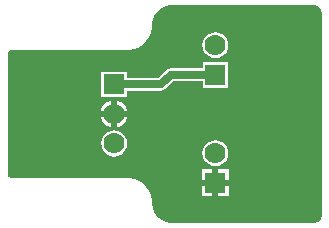
<source format=gtl>
G04*
G04 #@! TF.GenerationSoftware,Altium Limited,Altium Designer,21.0.9 (235)*
G04*
G04 Layer_Physical_Order=1*
G04 Layer_Color=255*
%FSLAX25Y25*%
%MOIN*%
G70*
G04*
G04 #@! TF.SameCoordinates,681C86FF-A5D9-4EC2-8099-3749C4F56B9B*
G04*
G04*
G04 #@! TF.FilePolarity,Positive*
G04*
G01*
G75*
%ADD13C,0.02500*%
%ADD14C,0.07000*%
%ADD15R,0.07000X0.07000*%
G36*
X103705Y73104D02*
X104145Y72922D01*
X104541Y72658D01*
X104878Y72321D01*
X105142Y71925D01*
X105325Y71485D01*
X105418Y71018D01*
Y70780D01*
Y3221D01*
X105418Y2982D01*
X105325Y2515D01*
X105142Y2075D01*
X104878Y1679D01*
X104541Y1343D01*
X104145Y1078D01*
X103705Y896D01*
X103238Y803D01*
X103000Y803D01*
X54840D01*
X53547Y1060D01*
X52328Y1565D01*
X51231Y2298D01*
X50298Y3231D01*
X49565Y4328D01*
X49060Y5547D01*
X48803Y6840D01*
Y7500D01*
X48799Y7520D01*
X48802Y7539D01*
X48766Y8275D01*
X48751Y8332D01*
Y8392D01*
X48464Y9834D01*
X48434Y9907D01*
X48419Y9984D01*
X47856Y11343D01*
X47812Y11408D01*
X47782Y11481D01*
X46965Y12704D01*
X46909Y12760D01*
X46865Y12826D01*
X45826Y13865D01*
X45760Y13909D01*
X45704Y13965D01*
X44482Y14782D01*
X44408Y14812D01*
X44343Y14856D01*
X42984Y15419D01*
X42907Y15434D01*
X42834Y15464D01*
X41392Y15751D01*
X41332D01*
X41274Y15766D01*
X40539Y15802D01*
X40520Y15799D01*
X40500Y15803D01*
X1762D01*
X1322Y15985D01*
X985Y16322D01*
X803Y16762D01*
Y17000D01*
Y57000D01*
Y57238D01*
X985Y57678D01*
X1322Y58015D01*
X1762Y58197D01*
X40500D01*
X40520Y58201D01*
X40539Y58198D01*
X41274Y58234D01*
X41332Y58249D01*
X41392D01*
X42834Y58536D01*
X42907Y58566D01*
X42984Y58581D01*
X44343Y59144D01*
X44408Y59188D01*
X44482Y59218D01*
X45704Y60035D01*
X45760Y60091D01*
X45826Y60135D01*
X46865Y61174D01*
X46909Y61240D01*
X46965Y61296D01*
X47782Y62519D01*
X47812Y62591D01*
X47856Y62657D01*
X48419Y64016D01*
X48434Y64093D01*
X48464Y64166D01*
X48751Y65608D01*
Y65668D01*
X48766Y65725D01*
X48802Y66461D01*
X48799Y66480D01*
X48803Y66500D01*
Y67160D01*
X49060Y68454D01*
X49565Y69672D01*
X50298Y70769D01*
X51231Y71702D01*
X52328Y72435D01*
X53547Y72940D01*
X54840Y73197D01*
X103238D01*
X103705Y73104D01*
D02*
G37*
%LPC*%
G36*
X70000Y64258D02*
X68878Y64111D01*
X67831Y63677D01*
X66933Y62988D01*
X66244Y62090D01*
X65811Y61044D01*
X65663Y59921D01*
X65811Y58799D01*
X66244Y57753D01*
X66933Y56854D01*
X67831Y56165D01*
X68878Y55732D01*
X70000Y55584D01*
X71122Y55732D01*
X72169Y56165D01*
X73067Y56854D01*
X73756Y57753D01*
X74189Y58799D01*
X74337Y59921D01*
X74189Y61044D01*
X73756Y62090D01*
X73067Y62988D01*
X72169Y63677D01*
X71122Y64111D01*
X70000Y64258D01*
D02*
G37*
G36*
X74300Y54379D02*
X65700D01*
Y52169D01*
X55079D01*
X55079Y52169D01*
X54279Y52010D01*
X53601Y51557D01*
X53601Y51557D01*
X50977Y48933D01*
X40521D01*
Y51143D01*
X31920D01*
Y42542D01*
X40521D01*
Y44752D01*
X51842D01*
X51842Y44752D01*
X52642Y44912D01*
X53320Y45365D01*
X55945Y47989D01*
X65700D01*
Y45779D01*
X74300D01*
Y54379D01*
D02*
G37*
G36*
X37220Y41407D02*
Y38000D01*
X40628D01*
X40605Y38175D01*
X40151Y39269D01*
X39430Y40209D01*
X38490Y40931D01*
X37395Y41384D01*
X37220Y41407D01*
D02*
G37*
G36*
X35221Y41407D02*
X35046Y41384D01*
X33951Y40931D01*
X33011Y40209D01*
X32290Y39269D01*
X31836Y38175D01*
X31813Y38000D01*
X35221D01*
Y41407D01*
D02*
G37*
G36*
X40628Y36000D02*
X37220D01*
Y32593D01*
X37395Y32616D01*
X38490Y33069D01*
X39430Y33791D01*
X40151Y34731D01*
X40605Y35825D01*
X40628Y36000D01*
D02*
G37*
G36*
X35221D02*
X31813D01*
X31836Y35825D01*
X32290Y34731D01*
X33011Y33791D01*
X33951Y33069D01*
X35046Y32616D01*
X35221Y32593D01*
Y36000D01*
D02*
G37*
G36*
X36220Y31495D02*
X35098Y31347D01*
X34052Y30913D01*
X33154Y30224D01*
X32464Y29326D01*
X32031Y28280D01*
X31883Y27158D01*
X32031Y26035D01*
X32464Y24989D01*
X33154Y24091D01*
X34052Y23401D01*
X35098Y22968D01*
X36220Y22820D01*
X37343Y22968D01*
X38389Y23401D01*
X39287Y24091D01*
X39977Y24989D01*
X40410Y26035D01*
X40558Y27158D01*
X40410Y28280D01*
X39977Y29326D01*
X39287Y30224D01*
X38389Y30913D01*
X37343Y31347D01*
X36220Y31495D01*
D02*
G37*
G36*
X70000Y28258D02*
X68878Y28111D01*
X67831Y27677D01*
X66933Y26988D01*
X66244Y26090D01*
X65811Y25044D01*
X65663Y23921D01*
X65811Y22799D01*
X66244Y21753D01*
X66933Y20854D01*
X67831Y20165D01*
X68878Y19732D01*
X70000Y19584D01*
X71122Y19732D01*
X72169Y20165D01*
X73067Y20854D01*
X73756Y21753D01*
X74189Y22799D01*
X74337Y23921D01*
X74189Y25044D01*
X73756Y26090D01*
X73067Y26988D01*
X72169Y27677D01*
X71122Y28111D01*
X70000Y28258D01*
D02*
G37*
G36*
X74500Y18579D02*
X71000D01*
Y15079D01*
X74500D01*
Y18579D01*
D02*
G37*
G36*
X69000D02*
X65500D01*
Y15079D01*
X69000D01*
Y18579D01*
D02*
G37*
G36*
X74500Y13079D02*
X71000D01*
Y9579D01*
X74500D01*
Y13079D01*
D02*
G37*
G36*
X69000D02*
X65500D01*
Y9579D01*
X69000D01*
Y13079D01*
D02*
G37*
%LPD*%
D13*
X55079Y50079D02*
X70000D01*
X51842Y46843D02*
X55079Y50079D01*
X36220Y46843D02*
X51842D01*
D14*
X36220Y27158D02*
D03*
Y37000D02*
D03*
X70000Y59921D02*
D03*
Y23921D02*
D03*
D15*
X36220Y46843D02*
D03*
X70000Y50079D02*
D03*
Y14079D02*
D03*
M02*

</source>
